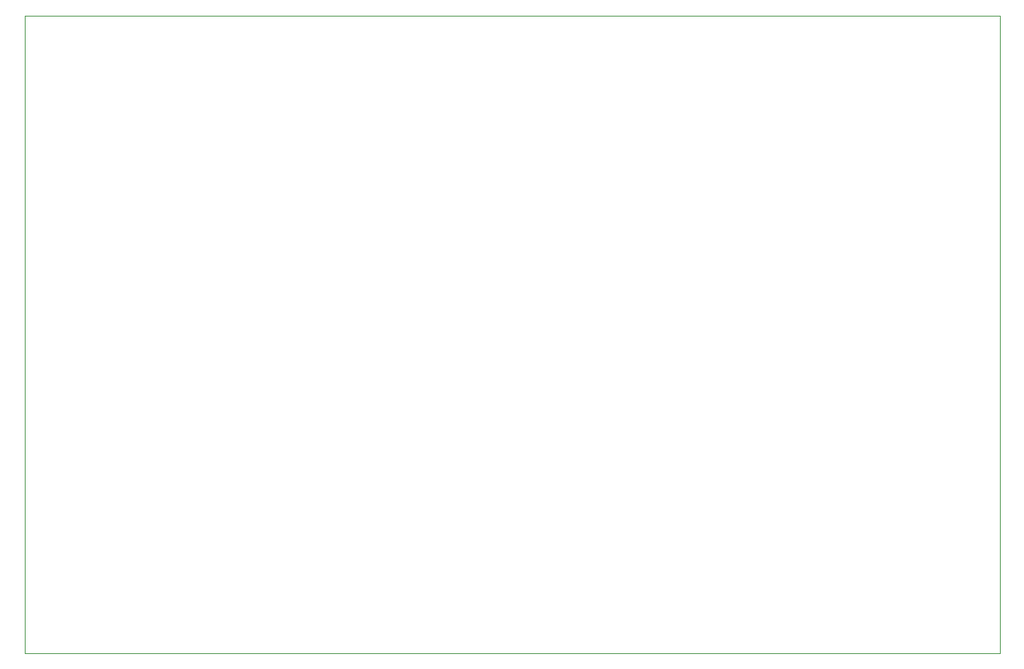
<source format=gm1>
%FSLAX25Y25*%
%MOIN*%
G70*
G01*
G75*
G04 Layer_Color=16711935*
%ADD10R,0.05709X0.06102*%
%ADD11R,0.03740X0.02756*%
%ADD12R,0.03740X0.09055*%
%ADD13R,0.26772X0.28740*%
%ADD14O,0.08858X0.02362*%
%ADD15O,0.02362X0.09055*%
%ADD16O,0.09055X0.02362*%
%ADD17R,0.03543X0.03740*%
%ADD18R,0.02756X0.03740*%
%ADD19R,0.03150X0.03937*%
%ADD20R,0.03740X0.03543*%
%ADD21R,0.03937X0.03150*%
%ADD22C,0.02500*%
%ADD23C,0.01000*%
%ADD24R,0.09600X0.09600*%
%ADD25C,0.09600*%
%ADD26C,0.07000*%
%ADD27R,0.07000X0.07000*%
%ADD28C,0.06000*%
%ADD29R,0.06000X0.06000*%
%ADD30C,0.07874*%
%ADD31C,0.05000*%
%ADD32C,0.04000*%
%ADD33C,0.09100*%
G04:AMPARAMS|DCode=34|XSize=111mil|YSize=111mil|CornerRadius=0mil|HoleSize=0mil|Usage=FLASHONLY|Rotation=0.000|XOffset=0mil|YOffset=0mil|HoleType=Round|Shape=Relief|Width=10mil|Gap=10mil|Entries=4|*
%AMTHD34*
7,0,0,0.11100,0.09100,0.01000,45*
%
%ADD34THD34*%
%ADD35C,0.08000*%
%ADD36C,0.07937*%
%ADD37C,0.06800*%
G04:AMPARAMS|DCode=38|XSize=99.37mil|YSize=99.37mil|CornerRadius=0mil|HoleSize=0mil|Usage=FLASHONLY|Rotation=0.000|XOffset=0mil|YOffset=0mil|HoleType=Round|Shape=Relief|Width=10mil|Gap=10mil|Entries=4|*
%AMTHD38*
7,0,0,0.09937,0.07937,0.01000,45*
%
%ADD38THD38*%
%ADD39C,0.10000*%
%ADD40C,0.00984*%
%ADD41C,0.02362*%
%ADD42C,0.00787*%
%ADD43C,0.00500*%
%ADD44R,0.06509X0.06902*%
%ADD45R,0.04540X0.03556*%
%ADD46R,0.04540X0.09855*%
%ADD47R,0.27572X0.29540*%
%ADD48O,0.09658X0.03162*%
%ADD49O,0.03162X0.09855*%
%ADD50O,0.09855X0.03162*%
%ADD51R,0.04343X0.04540*%
%ADD52R,0.03556X0.04540*%
%ADD53R,0.03950X0.04737*%
%ADD54R,0.04540X0.04343*%
%ADD55R,0.04737X0.03950*%
%ADD56R,0.10400X0.10400*%
%ADD57C,0.10400*%
%ADD58C,0.07800*%
%ADD59R,0.07800X0.07800*%
%ADD60R,0.06800X0.06800*%
%ADD61C,0.08674*%
%ADD62C,0.05800*%
%ADD63C,0.00050*%
D63*
X-403450Y-26950D02*
Y43050D01*
X29050Y-133500D02*
Y149500D01*
X-403450D02*
X29050D01*
X-403450Y-133500D02*
Y149500D01*
Y-133500D02*
X29050D01*
M02*

</source>
